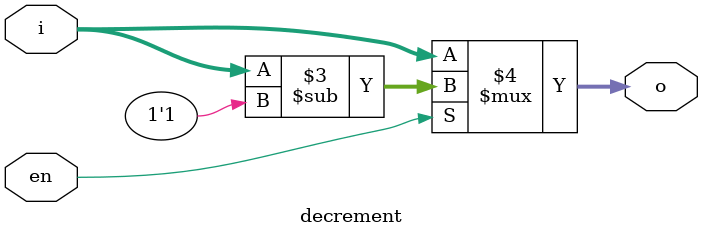
<source format=v>
module decrement
#(
    parameter WIDTH = 0
)(
    input wire en,
    input wire [WIDTH-1:0] i,
    output reg [WIDTH-1:0] o
);

    always @(*) begin
        o = (en == 1) ? (i - {{WIDTH-1{1'b0}}, 1'b1}) : i;
    end

endmodule

</source>
